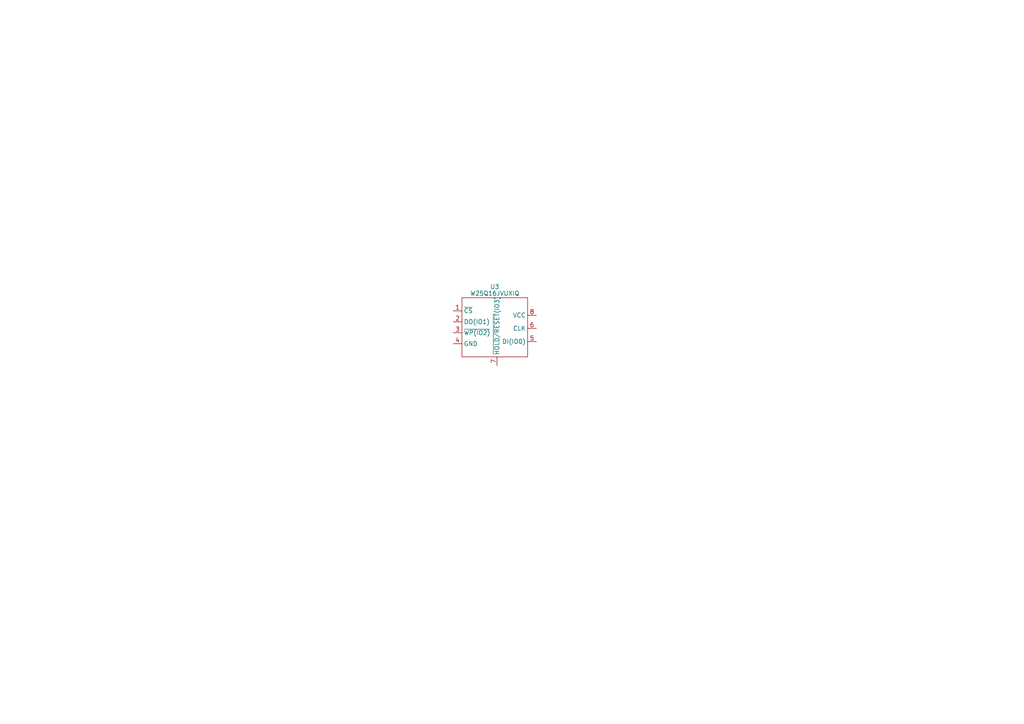
<source format=kicad_sch>
(kicad_sch (version 20230121) (generator eeschema)

  (uuid 50176897-c7f8-4516-a2e7-7c2fd05b8895)

  (paper "A4")

  (lib_symbols
    (symbol "ESP32-S3_DB:W25Q64JV" (in_bom yes) (on_board yes)
      (property "Reference" "U" (at -1.905 12.065 0)
        (effects (font (size 1.27 1.27)))
      )
      (property "Value" "" (at 0 0 0)
        (effects (font (size 1.27 1.27)))
      )
      (property "Footprint" "" (at 0 0 0)
        (effects (font (size 1.27 1.27)) hide)
      )
      (property "Datasheet" "" (at 0 0 0)
        (effects (font (size 1.27 1.27)) hide)
      )
      (symbol "W25Q64JV_0_1"
        (rectangle (start -12.065 10.795) (end 6.985 -6.35)
          (stroke (width 0) (type default))
          (fill (type none))
        )
      )
      (symbol "W25Q64JV_1_1"
        (pin input line (at -14.605 6.985 0) (length 2.54)
          (name "~{CS}" (effects (font (size 1.27 1.27))))
          (number "1" (effects (font (size 1.27 1.27))))
        )
        (pin bidirectional line (at -14.605 3.81 0) (length 2.54)
          (name "DO(IO1)" (effects (font (size 1.27 1.27))))
          (number "2" (effects (font (size 1.27 1.27))))
        )
        (pin bidirectional line (at -14.605 0.635 0) (length 2.54)
          (name "~{WP(IO2)}" (effects (font (size 1.27 1.27))))
          (number "3" (effects (font (size 1.27 1.27))))
        )
        (pin power_in line (at -14.605 -2.54 0) (length 2.54)
          (name "GND" (effects (font (size 1.27 1.27))))
          (number "4" (effects (font (size 1.27 1.27))))
        )
        (pin bidirectional line (at 9.525 -1.905 180) (length 2.54)
          (name "DI(IO0)" (effects (font (size 1.27 1.27))))
          (number "5" (effects (font (size 1.27 1.27))))
        )
        (pin input line (at 9.525 1.905 180) (length 2.54)
          (name "CLK" (effects (font (size 1.27 1.27))))
          (number "6" (effects (font (size 1.27 1.27))))
        )
        (pin bidirectional line (at -1.905 -8.89 90) (length 2.54)
          (name "~{HOLD/RESET}(IO3)" (effects (font (size 1.27 1.27))))
          (number "7" (effects (font (size 1.27 1.27))))
        )
        (pin power_in line (at 9.525 5.715 180) (length 2.54)
          (name "VCC" (effects (font (size 1.27 1.27))))
          (number "8" (effects (font (size 1.27 1.27))))
        )
      )
    )
  )


  (symbol (lib_id "ESP32-S3_DB:W25Q64JV") (at 146.05 97.155 0) (unit 1)
    (in_bom yes) (on_board yes) (dnp no)
    (uuid fd3c01a8-4b8a-4f35-9ae9-489e4e5ab2ab)
    (property "Reference" "U3" (at 143.51 83.185 0)
      (effects (font (size 1.27 1.27)))
    )
    (property "Value" "W25Q16JVUXIQ" (at 143.51 85.09 0)
      (effects (font (size 1.27 1.27)))
    )
    (property "Footprint" "" (at 146.05 97.155 0)
      (effects (font (size 1.27 1.27)) hide)
    )
    (property "Datasheet" "" (at 146.05 97.155 0)
      (effects (font (size 1.27 1.27)) hide)
    )
    (pin "1" (uuid 233ee6f5-0f6f-49c4-b092-0f7e58888cf8))
    (pin "2" (uuid f9c69bf3-91e0-44e1-a187-cf3e9f29f949))
    (pin "3" (uuid b8273d7b-6136-4e86-898d-e4dff4a1c84e))
    (pin "4" (uuid 8b4cdd56-89a3-47c9-b72c-7df8b1c729a3))
    (pin "5" (uuid b6358b1c-bc89-4469-af81-125865ee1ddd))
    (pin "6" (uuid 4168c1ff-75f7-4334-8387-43b1abfdbe00))
    (pin "7" (uuid ba9eb2cb-756b-4db6-9287-f53e7b262e72))
    (pin "8" (uuid 060d8679-d162-4365-bc08-128e4ce6715c))
    (instances
      (project "ESP32-S3_DB"
        (path "/b7fc4bd3-c219-4455-832b-8d795385dcf1/4fcab1f4-10cc-47e3-9bc8-be24b657a388"
          (reference "U3") (unit 1)
        )
      )
    )
  )
)

</source>
